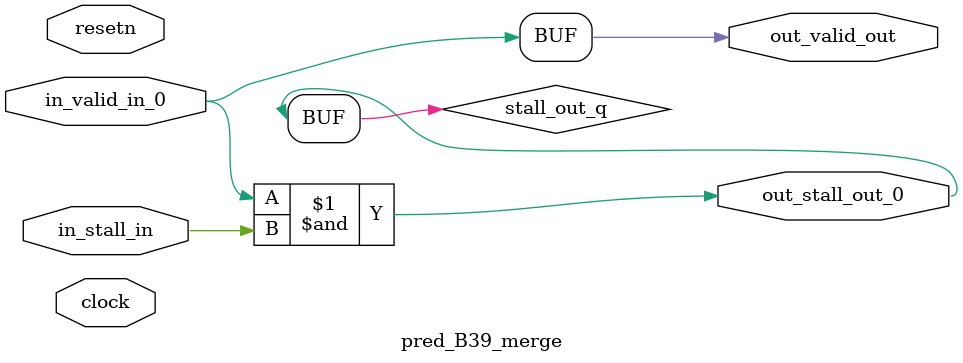
<source format=sv>



(* altera_attribute = "-name AUTO_SHIFT_REGISTER_RECOGNITION OFF; -name MESSAGE_DISABLE 10036; -name MESSAGE_DISABLE 10037; -name MESSAGE_DISABLE 14130; -name MESSAGE_DISABLE 14320; -name MESSAGE_DISABLE 15400; -name MESSAGE_DISABLE 14130; -name MESSAGE_DISABLE 10036; -name MESSAGE_DISABLE 12020; -name MESSAGE_DISABLE 12030; -name MESSAGE_DISABLE 12010; -name MESSAGE_DISABLE 12110; -name MESSAGE_DISABLE 14320; -name MESSAGE_DISABLE 13410; -name MESSAGE_DISABLE 113007; -name MESSAGE_DISABLE 10958" *)
module pred_B39_merge (
    input wire [0:0] in_stall_in,
    input wire [0:0] in_valid_in_0,
    output wire [0:0] out_stall_out_0,
    output wire [0:0] out_valid_out,
    input wire clock,
    input wire resetn
    );

    wire [0:0] stall_out_q;


    // stall_out(LOGICAL,6)
    assign stall_out_q = in_valid_in_0 & in_stall_in;

    // out_stall_out_0(GPOUT,4)
    assign out_stall_out_0 = stall_out_q;

    // out_valid_out(GPOUT,5)
    assign out_valid_out = in_valid_in_0;

endmodule

</source>
